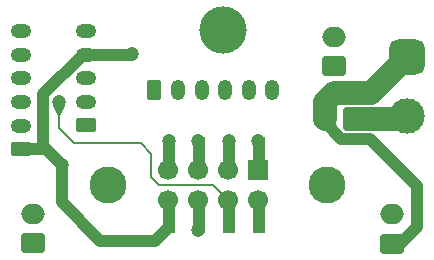
<source format=gbr>
%TF.GenerationSoftware,KiCad,Pcbnew,9.0.4*%
%TF.CreationDate,2025-09-25T14:15:08-07:00*%
%TF.ProjectId,Toolhead PCB,546f6f6c-6865-4616-9420-5043422e6b69,0.5*%
%TF.SameCoordinates,Original*%
%TF.FileFunction,Copper,L1,Top*%
%TF.FilePolarity,Positive*%
%FSLAX46Y46*%
G04 Gerber Fmt 4.6, Leading zero omitted, Abs format (unit mm)*
G04 Created by KiCad (PCBNEW 9.0.4) date 2025-09-25 14:15:08*
%MOMM*%
%LPD*%
G01*
G04 APERTURE LIST*
G04 Aperture macros list*
%AMRoundRect*
0 Rectangle with rounded corners*
0 $1 Rounding radius*
0 $2 $3 $4 $5 $6 $7 $8 $9 X,Y pos of 4 corners*
0 Add a 4 corners polygon primitive as box body*
4,1,4,$2,$3,$4,$5,$6,$7,$8,$9,$2,$3,0*
0 Add four circle primitives for the rounded corners*
1,1,$1+$1,$2,$3*
1,1,$1+$1,$4,$5*
1,1,$1+$1,$6,$7*
1,1,$1+$1,$8,$9*
0 Add four rect primitives between the rounded corners*
20,1,$1+$1,$2,$3,$4,$5,0*
20,1,$1+$1,$4,$5,$6,$7,0*
20,1,$1+$1,$6,$7,$8,$9,0*
20,1,$1+$1,$8,$9,$2,$3,0*%
G04 Aperture macros list end*
%TA.AperFunction,ComponentPad*%
%ADD10RoundRect,0.250000X0.625000X-0.350000X0.625000X0.350000X-0.625000X0.350000X-0.625000X-0.350000X0*%
%TD*%
%TA.AperFunction,ComponentPad*%
%ADD11O,1.750000X1.200000*%
%TD*%
%TA.AperFunction,SMDPad,CuDef*%
%ADD12R,1.000000X3.150000*%
%TD*%
%TA.AperFunction,ComponentPad*%
%ADD13R,1.700000X1.700000*%
%TD*%
%TA.AperFunction,ComponentPad*%
%ADD14C,1.700000*%
%TD*%
%TA.AperFunction,ComponentPad*%
%ADD15RoundRect,0.750000X-0.750000X0.750000X-0.750000X-0.750000X0.750000X-0.750000X0.750000X0.750000X0*%
%TD*%
%TA.AperFunction,ComponentPad*%
%ADD16C,3.000000*%
%TD*%
%TA.AperFunction,ComponentPad*%
%ADD17RoundRect,0.250000X0.750000X0.750000X-0.750000X0.750000X-0.750000X-0.750000X0.750000X-0.750000X0*%
%TD*%
%TA.AperFunction,ComponentPad*%
%ADD18C,2.000000*%
%TD*%
%TA.AperFunction,ComponentPad*%
%ADD19RoundRect,0.250000X0.750000X-0.600000X0.750000X0.600000X-0.750000X0.600000X-0.750000X-0.600000X0*%
%TD*%
%TA.AperFunction,ComponentPad*%
%ADD20O,2.000000X1.700000*%
%TD*%
%TA.AperFunction,ComponentPad*%
%ADD21RoundRect,0.250000X-0.350000X-0.625000X0.350000X-0.625000X0.350000X0.625000X-0.350000X0.625000X0*%
%TD*%
%TA.AperFunction,ComponentPad*%
%ADD22O,1.200000X1.750000*%
%TD*%
%TA.AperFunction,ViaPad*%
%ADD23C,3.126000*%
%TD*%
%TA.AperFunction,ViaPad*%
%ADD24C,4.001000*%
%TD*%
%TA.AperFunction,ViaPad*%
%ADD25C,1.200000*%
%TD*%
%TA.AperFunction,Conductor*%
%ADD26C,2.000000*%
%TD*%
%TA.AperFunction,Conductor*%
%ADD27C,1.000000*%
%TD*%
%TA.AperFunction,Conductor*%
%ADD28C,0.200000*%
%TD*%
%TA.AperFunction,Conductor*%
%ADD29C,0.500000*%
%TD*%
G04 APERTURE END LIST*
D10*
%TO.P,J3,1,Pin_1*%
%TO.N,Net-(J10-Pin_8)*%
X100330000Y-62480000D03*
D11*
%TO.P,J3,2,Pin_2*%
%TO.N,Net-(J10-Pin_6)*%
X100330000Y-60480000D03*
%TO.P,J3,3,Pin_3*%
%TO.N,Net-(J10-Pin_4)*%
X100330000Y-58480000D03*
%TO.P,J3,4,Pin_4*%
%TO.N,Net-(J3-Pin_4)*%
X100330000Y-56480000D03*
%TO.P,J3,5,Pin_5*%
%TO.N,Net-(J3-Pin_5)*%
X100330000Y-54480000D03*
%TO.P,J3,6,Pin_6*%
%TO.N,Net-(J3-Pin_6)*%
X100330000Y-52480000D03*
%TD*%
D12*
%TO.P,J8,1,Pin_1*%
%TO.N,Net-(J10-Pin_1)*%
X120470000Y-63000000D03*
%TO.P,J8,2,Pin_2*%
%TO.N,Net-(J10-Pin_2)*%
X120470000Y-68050000D03*
%TO.P,J8,3,Pin_3*%
%TO.N,Net-(J10-Pin_3)*%
X117930000Y-63000000D03*
%TO.P,J8,4,Pin_4*%
%TO.N,Net-(J10-Pin_4)*%
X117930000Y-68050000D03*
%TO.P,J8,5,Pin_5*%
%TO.N,Net-(J10-Pin_5)*%
X115390000Y-63000000D03*
%TO.P,J8,6,Pin_6*%
%TO.N,Net-(J10-Pin_6)*%
X115390000Y-68050000D03*
%TO.P,J8,7,Pin_7*%
%TO.N,Net-(J10-Pin_7)*%
X112850000Y-63000000D03*
%TO.P,J8,8,Pin_8*%
%TO.N,Net-(J10-Pin_8)*%
X112850000Y-68050000D03*
%TD*%
D13*
%TO.P,J10,1,Pin_1*%
%TO.N,Net-(J10-Pin_1)*%
X120460000Y-64230000D03*
D14*
%TO.P,J10,2,Pin_2*%
%TO.N,Net-(J10-Pin_2)*%
X120460000Y-66770000D03*
%TO.P,J10,3,Pin_3*%
%TO.N,Net-(J10-Pin_3)*%
X117920000Y-64230000D03*
%TO.P,J10,4,Pin_4*%
%TO.N,Net-(J10-Pin_4)*%
X117920000Y-66770000D03*
%TO.P,J10,5,Pin_5*%
%TO.N,Net-(J10-Pin_5)*%
X115380000Y-64230000D03*
%TO.P,J10,6,Pin_6*%
%TO.N,Net-(J10-Pin_6)*%
X115380000Y-66770000D03*
%TO.P,J10,7,Pin_7*%
%TO.N,Net-(J10-Pin_7)*%
X112840000Y-64230000D03*
%TO.P,J10,8,Pin_8*%
%TO.N,Net-(J10-Pin_8)*%
X112840000Y-66770000D03*
%TD*%
D15*
%TO.P,J4,1,Pin_1*%
%TO.N,Net-(J1-Pin_2)*%
X133000000Y-54690000D03*
D16*
%TO.P,J4,2,Pin_2*%
%TO.N,Net-(J1-Pin_1)*%
X133000000Y-59690000D03*
%TD*%
D10*
%TO.P,J9,1,Pin_1*%
%TO.N,Net-(J2-Pin_1)*%
X105840000Y-60470000D03*
D11*
%TO.P,J9,2,Pin_2*%
%TO.N,Net-(J10-Pin_6)*%
X105840000Y-58470000D03*
%TO.P,J9,3,Pin_3*%
%TO.N,Net-(J2-Pin_2)*%
X105840000Y-56470000D03*
%TO.P,J9,4,Pin_4*%
%TO.N,Net-(J10-Pin_8)*%
X105840000Y-54470000D03*
%TO.P,J9,5,Pin_5*%
%TO.N,Net-(J10-Pin_6)*%
X105840000Y-52470000D03*
%TD*%
D17*
%TO.P,J1,1,Pin_1*%
%TO.N,Net-(J1-Pin_1)*%
X128640000Y-59890000D03*
D18*
%TO.P,J1,2,Pin_2*%
%TO.N,Net-(J1-Pin_2)*%
X126100000Y-59890000D03*
%TD*%
D19*
%TO.P,J5,1,Pin_1*%
%TO.N,Net-(J3-Pin_4)*%
X126840000Y-55450000D03*
D20*
%TO.P,J5,2,Pin_2*%
%TO.N,Net-(J10-Pin_6)*%
X126840000Y-52950000D03*
%TD*%
D21*
%TO.P,J2,1,Pin_1*%
%TO.N,Net-(J2-Pin_1)*%
X111640000Y-57480000D03*
D22*
%TO.P,J2,2,Pin_2*%
%TO.N,Net-(J2-Pin_2)*%
X113640000Y-57480000D03*
%TO.P,J2,3,Pin_3*%
%TO.N,Net-(J10-Pin_7)*%
X115640000Y-57480000D03*
%TO.P,J2,4,Pin_4*%
%TO.N,Net-(J10-Pin_5)*%
X117640000Y-57480000D03*
%TO.P,J2,5,Pin_5*%
%TO.N,Net-(J10-Pin_3)*%
X119640000Y-57480000D03*
%TO.P,J2,6,Pin_6*%
%TO.N,Net-(J10-Pin_1)*%
X121640000Y-57480000D03*
%TD*%
D19*
%TO.P,J7,1,Pin_1*%
%TO.N,Net-(J1-Pin_2)*%
X101380000Y-70430000D03*
D20*
%TO.P,J7,2,Pin_2*%
%TO.N,Net-(J3-Pin_5)*%
X101380000Y-67930000D03*
%TD*%
D19*
%TO.P,J6,1,Pin_1*%
%TO.N,Net-(J1-Pin_2)*%
X131785000Y-70490000D03*
D20*
%TO.P,J6,2,Pin_2*%
%TO.N,Net-(J3-Pin_6)*%
X131785000Y-67990000D03*
%TD*%
D23*
%TO.N,*%
X126250000Y-65500000D03*
D24*
X117450000Y-52400000D03*
D23*
X107750000Y-65500000D03*
D25*
%TO.N,Net-(J10-Pin_1)*%
X120450000Y-61750000D03*
%TO.N,Net-(J10-Pin_3)*%
X117940000Y-61750000D03*
%TO.N,Net-(J10-Pin_5)*%
X115380000Y-61750000D03*
%TO.N,Net-(J10-Pin_7)*%
X112860000Y-61750000D03*
%TO.N,Net-(J10-Pin_4)*%
X103590000Y-58510000D03*
%TO.N,Net-(J10-Pin_8)*%
X103790000Y-63830000D03*
X109740000Y-54440000D03*
%TO.N,Net-(J10-Pin_6)*%
X115380000Y-69300000D03*
%TD*%
D26*
%TO.N,Net-(J1-Pin_1)*%
X128640000Y-59890000D02*
X132800000Y-59890000D01*
X132800000Y-59890000D02*
X133000000Y-59690000D01*
X132880000Y-59690000D02*
X133000000Y-59690000D01*
D27*
%TO.N,Net-(J1-Pin_2)*%
X133000000Y-54690000D02*
X133000000Y-54710000D01*
D28*
X133000000Y-54690000D02*
X133000000Y-55060000D01*
D27*
X133900000Y-69060000D02*
X132470000Y-70490000D01*
X129921000Y-61591000D02*
X133900000Y-65570000D01*
X133900000Y-65570000D02*
X133900000Y-69060000D01*
X132470000Y-70490000D02*
X131785000Y-70490000D01*
D26*
X126100000Y-58475787D02*
X126886787Y-57689000D01*
D27*
X126100000Y-60201844D02*
X127489156Y-61591000D01*
D26*
X130001000Y-57689000D02*
X133000000Y-54690000D01*
X126100000Y-59890000D02*
X126100000Y-58475787D01*
X126886787Y-57689000D02*
X130001000Y-57689000D01*
D27*
X126100000Y-59890000D02*
X126100000Y-60201844D01*
X127489156Y-61591000D02*
X129921000Y-61591000D01*
D29*
%TO.N,Net-(J3-Pin_6)*%
X100330000Y-52480000D02*
X100370000Y-52480000D01*
D28*
%TO.N,Net-(J10-Pin_1)*%
X120693000Y-63997000D02*
X120460000Y-64230000D01*
X120440000Y-61790000D02*
X120440000Y-62524000D01*
X120460000Y-61770000D02*
X120440000Y-61790000D01*
X120440000Y-62524000D02*
X120693000Y-62777000D01*
%TO.N,Net-(J10-Pin_3)*%
X117920000Y-61720000D02*
X117911085Y-61728915D01*
X117911085Y-61728915D02*
X117911085Y-62981085D01*
X117920000Y-63010000D02*
X117920000Y-64230000D01*
X117911085Y-62981085D02*
X117930000Y-63000000D01*
%TO.N,Net-(J10-Pin_5)*%
X115346770Y-62956770D02*
X115390000Y-63000000D01*
X115380000Y-62873000D02*
X115380000Y-64230000D01*
X115346770Y-61803230D02*
X115346770Y-62956770D01*
X115346770Y-61803230D02*
X115346770Y-62839770D01*
X115346770Y-62839770D02*
X115380000Y-62873000D01*
X115400000Y-61750000D02*
X115346770Y-61803230D01*
%TO.N,Net-(J10-Pin_7)*%
X112840000Y-62100057D02*
X112840000Y-64230000D01*
%TO.N,Net-(J10-Pin_4)*%
X111400000Y-64855402D02*
X112034598Y-65490000D01*
X103590000Y-58510000D02*
X103590000Y-60720000D01*
X104810000Y-61940000D02*
X110490000Y-61940000D01*
X112034598Y-65490000D02*
X116640000Y-65490000D01*
X111400000Y-62850000D02*
X111400000Y-64855402D01*
X110490000Y-61940000D02*
X111400000Y-62850000D01*
X103590000Y-60720000D02*
X104810000Y-61940000D01*
X116640000Y-65490000D02*
X117920000Y-66770000D01*
D27*
%TO.N,Net-(J10-Pin_8)*%
X100330000Y-62480000D02*
X102440000Y-62480000D01*
X103790000Y-63830000D02*
X103790000Y-66950000D01*
X105840000Y-54470000D02*
X109710000Y-54470000D01*
X109710000Y-54470000D02*
X109740000Y-54440000D01*
X102230000Y-62270000D02*
X102440000Y-62480000D01*
X105840000Y-54470000D02*
X105565000Y-54470000D01*
X102230000Y-57805000D02*
X102230000Y-62270000D01*
X112850000Y-69090000D02*
X111710000Y-70230000D01*
X105565000Y-54470000D02*
X102230000Y-57805000D01*
X102440000Y-62480000D02*
X103790000Y-63830000D01*
X112850000Y-68050000D02*
X112850000Y-69090000D01*
X107070000Y-70230000D02*
X111710000Y-70230000D01*
X103790000Y-66950000D02*
X107070000Y-70230000D01*
D29*
%TO.N,Net-(J10-Pin_6)*%
X126540000Y-53250000D02*
X126840000Y-52950000D01*
%TD*%
%TA.AperFunction,Conductor*%
%TO.N,Net-(J10-Pin_7)*%
G36*
X112866511Y-61753364D02*
G01*
X113234359Y-61999889D01*
X113350393Y-62077653D01*
X113355357Y-62085105D01*
X113354386Y-62092519D01*
X112943210Y-62931918D01*
X112936493Y-62937840D01*
X112932703Y-62938471D01*
X112747613Y-62938471D01*
X112739340Y-62935044D01*
X112736916Y-62931511D01*
X112365098Y-62092326D01*
X112364881Y-62083376D01*
X112369280Y-62077871D01*
X112853487Y-61753364D01*
X112862267Y-61751606D01*
X112866511Y-61753364D01*
G37*
%TD.AperFunction*%
%TD*%
%TA.AperFunction,Conductor*%
%TO.N,Net-(J10-Pin_5)*%
G36*
X115385805Y-61753647D02*
G01*
X115869650Y-62077169D01*
X115874623Y-62084616D01*
X115873199Y-62092882D01*
X115451456Y-62801036D01*
X115449677Y-62803322D01*
X115320791Y-62932208D01*
X115312518Y-62935635D01*
X115304245Y-62932208D01*
X115302043Y-62929148D01*
X115238287Y-62801036D01*
X114885697Y-62092544D01*
X114885080Y-62083612D01*
X114889655Y-62077617D01*
X115372788Y-61753654D01*
X115381566Y-61751894D01*
X115385805Y-61753647D01*
G37*
%TD.AperFunction*%
%TD*%
%TA.AperFunction,Conductor*%
%TO.N,Net-(J10-Pin_3)*%
G36*
X117946511Y-61753364D02*
G01*
X118430321Y-62077605D01*
X118435285Y-62085056D01*
X118434271Y-62092558D01*
X118014319Y-62932006D01*
X118007552Y-62937871D01*
X118003855Y-62938471D01*
X117818771Y-62938471D01*
X117810498Y-62935044D01*
X117808033Y-62931417D01*
X117444986Y-62092283D01*
X117444846Y-62083329D01*
X117449208Y-62077919D01*
X117933487Y-61753364D01*
X117942267Y-61751606D01*
X117946511Y-61753364D01*
G37*
%TD.AperFunction*%
%TD*%
%TA.AperFunction,Conductor*%
%TO.N,Net-(J10-Pin_4)*%
G36*
X103596511Y-58513364D02*
G01*
X104080555Y-58837761D01*
X104085519Y-58845213D01*
X104084644Y-58852426D01*
X103693150Y-59691717D01*
X103686547Y-59697766D01*
X103682547Y-59698471D01*
X103497453Y-59698471D01*
X103489180Y-59695044D01*
X103486850Y-59691717D01*
X103095355Y-58852426D01*
X103094963Y-58843480D01*
X103099442Y-58837763D01*
X103583487Y-58513364D01*
X103592267Y-58511606D01*
X103596511Y-58513364D01*
G37*
%TD.AperFunction*%
%TD*%
%TA.AperFunction,Conductor*%
%TO.N,Net-(J10-Pin_1)*%
G36*
X121025543Y-61864470D02*
G01*
X121032984Y-61869452D01*
X121034723Y-61878236D01*
X121034369Y-61879583D01*
X120764579Y-62703632D01*
X120761733Y-62708265D01*
X120631116Y-62838882D01*
X120622843Y-62842309D01*
X120614570Y-62838882D01*
X120614063Y-62838342D01*
X119959910Y-62093355D01*
X119957028Y-62084879D01*
X119960983Y-62076845D01*
X119962179Y-62075924D01*
X120445255Y-61752000D01*
X120454032Y-61750240D01*
X121025543Y-61864470D01*
G37*
%TD.AperFunction*%
%TD*%
%TA.AperFunction,Conductor*%
%TO.N,Net-(J10-Pin_5)*%
G36*
X115386511Y-61753364D02*
G01*
X115870286Y-62077581D01*
X115875250Y-62085033D01*
X115874214Y-62092577D01*
X115450016Y-62932048D01*
X115443227Y-62937886D01*
X115439574Y-62938471D01*
X115254492Y-62938471D01*
X115246219Y-62935044D01*
X115243734Y-62931371D01*
X114884931Y-62092260D01*
X114884829Y-62083306D01*
X114889172Y-62077943D01*
X115373487Y-61753364D01*
X115382267Y-61751606D01*
X115386511Y-61753364D01*
G37*
%TD.AperFunction*%
%TD*%
M02*

</source>
